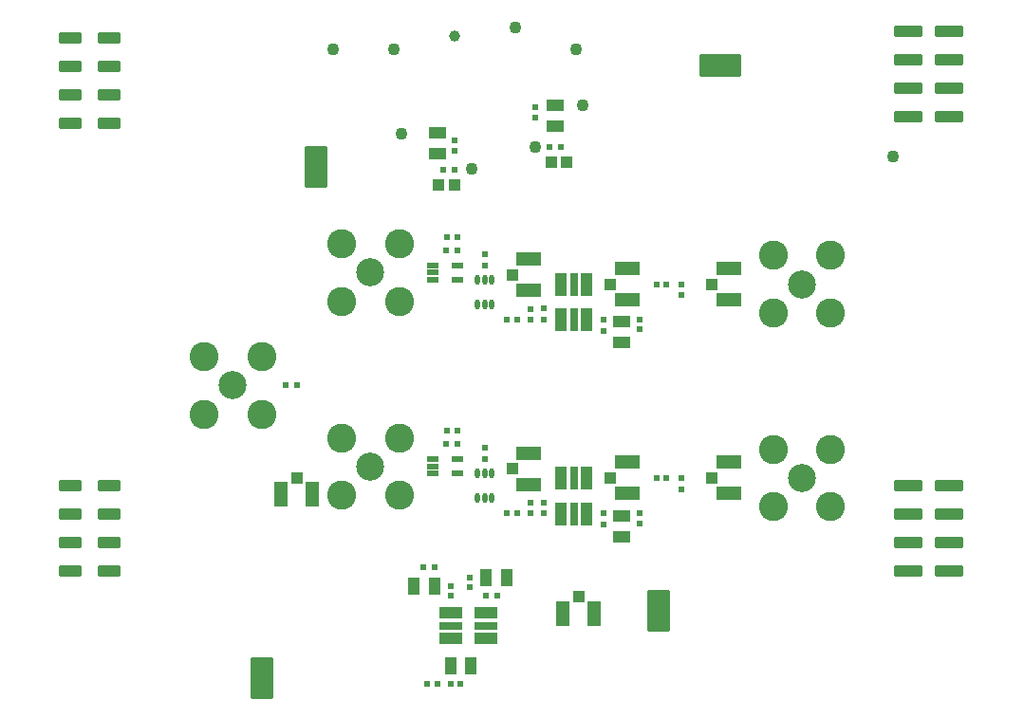
<source format=gts>
G04*
G04 #@! TF.GenerationSoftware,Altium Limited,Altium Designer,23.0.1 (38)*
G04*
G04 Layer_Color=8388736*
%FSLAX43Y43*%
%MOMM*%
G71*
G04*
G04 #@! TF.SameCoordinates,2E0F9480-7CF3-4E61-B830-77F9E17AB5E5*
G04*
G04*
G04 #@! TF.FilePolarity,Negative*
G04*
G01*
G75*
%ADD31R,1.000X1.000*%
%ADD32R,0.600X0.600*%
%ADD33R,0.600X0.600*%
%ADD34R,1.500X1.050*%
%ADD35R,1.100X2.100*%
%ADD36R,0.750X2.100*%
%ADD37O,0.450X0.950*%
%ADD38R,1.000X0.500*%
G04:AMPARAMS|DCode=39|XSize=1.1mm|YSize=2.1mm|CornerRadius=0.3mm|HoleSize=0mm|Usage=FLASHONLY|Rotation=270.000|XOffset=0mm|YOffset=0mm|HoleType=Round|Shape=RoundedRectangle|*
%AMROUNDEDRECTD39*
21,1,1.100,1.500,0,0,270.0*
21,1,0.500,2.100,0,0,270.0*
1,1,0.600,-0.750,-0.250*
1,1,0.600,-0.750,0.250*
1,1,0.600,0.750,0.250*
1,1,0.600,0.750,-0.250*
%
%ADD39ROUNDEDRECTD39*%
G04:AMPARAMS|DCode=40|XSize=1.1mm|YSize=2.6mm|CornerRadius=0.3mm|HoleSize=0mm|Usage=FLASHONLY|Rotation=270.000|XOffset=0mm|YOffset=0mm|HoleType=Round|Shape=RoundedRectangle|*
%AMROUNDEDRECTD40*
21,1,1.100,2.000,0,0,270.0*
21,1,0.500,2.600,0,0,270.0*
1,1,0.600,-1.000,-0.250*
1,1,0.600,-1.000,0.250*
1,1,0.600,1.000,0.250*
1,1,0.600,1.000,-0.250*
%
%ADD40ROUNDEDRECTD40*%
%ADD41R,1.150X2.300*%
%ADD42R,1.100X1.100*%
%ADD43R,2.100X1.100*%
%ADD44R,2.100X0.750*%
G04:AMPARAMS|DCode=45|XSize=3.7mm|YSize=2.1mm|CornerRadius=0.15mm|HoleSize=0mm|Usage=FLASHONLY|Rotation=270.000|XOffset=0mm|YOffset=0mm|HoleType=Round|Shape=RoundedRectangle|*
%AMROUNDEDRECTD45*
21,1,3.700,1.800,0,0,270.0*
21,1,3.400,2.100,0,0,270.0*
1,1,0.300,-0.900,-1.700*
1,1,0.300,-0.900,1.700*
1,1,0.300,0.900,1.700*
1,1,0.300,0.900,-1.700*
%
%ADD45ROUNDEDRECTD45*%
G04:AMPARAMS|DCode=46|XSize=3.7mm|YSize=2.1mm|CornerRadius=0.15mm|HoleSize=0mm|Usage=FLASHONLY|Rotation=0.000|XOffset=0mm|YOffset=0mm|HoleType=Round|Shape=RoundedRectangle|*
%AMROUNDEDRECTD46*
21,1,3.700,1.800,0,0,0.0*
21,1,3.400,2.100,0,0,0.0*
1,1,0.300,1.700,-0.900*
1,1,0.300,-1.700,-0.900*
1,1,0.300,-1.700,0.900*
1,1,0.300,1.700,0.900*
%
%ADD46ROUNDEDRECTD46*%
%ADD47R,1.050X1.500*%
%ADD48C,1.100*%
%ADD49R,2.300X1.150*%
%ADD50R,1.100X1.100*%
%ADD51C,0.100*%
%ADD52C,2.500*%
%ADD53C,2.600*%
%ADD54C,1.000*%
D31*
X79200Y62650D02*
D03*
X77800D02*
D03*
X67750Y60625D02*
D03*
X69150D02*
D03*
D32*
X89400Y51800D02*
D03*
Y50800D02*
D03*
X85700Y48650D02*
D03*
Y47750D02*
D03*
X82450Y47625D02*
D03*
Y48625D02*
D03*
X77117Y48617D02*
D03*
Y49617D02*
D03*
X75925Y48667D02*
D03*
Y49567D02*
D03*
X71850Y54475D02*
D03*
Y53475D02*
D03*
X69150Y63694D02*
D03*
Y64593D02*
D03*
X76325Y66675D02*
D03*
Y67575D02*
D03*
X70550Y25625D02*
D03*
Y24725D02*
D03*
X68800Y24875D02*
D03*
Y23975D02*
D03*
X71850Y37175D02*
D03*
Y36175D02*
D03*
X75925Y31367D02*
D03*
Y32267D02*
D03*
X77117Y31317D02*
D03*
Y32317D02*
D03*
X82450Y30325D02*
D03*
Y31325D02*
D03*
X85700Y31350D02*
D03*
Y30450D02*
D03*
X89400Y34500D02*
D03*
Y33500D02*
D03*
D33*
X87175Y51800D02*
D03*
X88075D02*
D03*
X73850Y48650D02*
D03*
X74750D02*
D03*
X68400Y54800D02*
D03*
X69400D02*
D03*
X69400Y56025D02*
D03*
X68500D02*
D03*
X68400Y37500D02*
D03*
X69400D02*
D03*
Y38725D02*
D03*
X68500D02*
D03*
X73850Y31350D02*
D03*
X74750D02*
D03*
X87175Y34500D02*
D03*
X88075D02*
D03*
X73000Y23975D02*
D03*
X72000D02*
D03*
X69150Y62025D02*
D03*
X68150D02*
D03*
X68800Y16091D02*
D03*
X69700D02*
D03*
X66725Y16100D02*
D03*
X67625D02*
D03*
X66375Y26550D02*
D03*
X67375D02*
D03*
X77625Y64075D02*
D03*
X78625D02*
D03*
X54075Y42750D02*
D03*
X55075D02*
D03*
D34*
X84075Y48425D02*
D03*
Y46575D02*
D03*
Y31125D02*
D03*
Y29275D02*
D03*
X78154Y65892D02*
D03*
Y67742D02*
D03*
X67616Y63450D02*
D03*
Y65300D02*
D03*
D35*
X80925Y51800D02*
D03*
X78675Y48600D02*
D03*
Y51800D02*
D03*
X80925Y48600D02*
D03*
Y34500D02*
D03*
X78675Y31300D02*
D03*
Y34500D02*
D03*
X80925Y31300D02*
D03*
D36*
X79800Y51800D02*
D03*
Y48600D02*
D03*
X79800Y34500D02*
D03*
Y31300D02*
D03*
D37*
X71200Y49975D02*
D03*
X71850D02*
D03*
X72500D02*
D03*
X71200Y52175D02*
D03*
X71850D02*
D03*
X72500D02*
D03*
X71200Y32675D02*
D03*
X71850D02*
D03*
X72500D02*
D03*
X71200Y34875D02*
D03*
X71850D02*
D03*
X72500D02*
D03*
D38*
X69400Y53475D02*
D03*
Y52175D02*
D03*
X67200D02*
D03*
Y52825D02*
D03*
Y53475D02*
D03*
X69400Y36175D02*
D03*
Y34875D02*
D03*
X67200D02*
D03*
Y35525D02*
D03*
Y36175D02*
D03*
D39*
X38349Y33810D02*
D03*
Y31270D02*
D03*
Y28730D02*
D03*
Y26190D02*
D03*
X34851D02*
D03*
Y28730D02*
D03*
Y31270D02*
D03*
Y33810D02*
D03*
X38349Y73810D02*
D03*
Y71270D02*
D03*
Y68730D02*
D03*
Y66190D02*
D03*
X34851D02*
D03*
Y68730D02*
D03*
Y71270D02*
D03*
Y73810D02*
D03*
D40*
X113300Y33810D02*
D03*
Y31270D02*
D03*
Y28730D02*
D03*
Y26190D02*
D03*
X109602Y33810D02*
D03*
Y31270D02*
D03*
Y28730D02*
D03*
Y26190D02*
D03*
X113300Y74330D02*
D03*
Y71790D02*
D03*
Y69250D02*
D03*
Y66710D02*
D03*
X109602Y74330D02*
D03*
Y71790D02*
D03*
Y69250D02*
D03*
Y66710D02*
D03*
D41*
X78825Y22400D02*
D03*
X81625D02*
D03*
X53675Y33021D02*
D03*
X56475D02*
D03*
D42*
X80225Y23900D02*
D03*
X55075Y34521D02*
D03*
D43*
X68800Y22425D02*
D03*
X72000Y20175D02*
D03*
X68800D02*
D03*
X72000Y22425D02*
D03*
D44*
X68800Y21300D02*
D03*
X72000D02*
D03*
D45*
X87400Y22625D02*
D03*
X52025Y16650D02*
D03*
X56775Y62275D02*
D03*
D46*
X92875Y71350D02*
D03*
D47*
X68800Y17760D02*
D03*
X70650D02*
D03*
X72000Y25625D02*
D03*
X73850D02*
D03*
X67375Y24875D02*
D03*
X65525D02*
D03*
D48*
X76325Y64075D02*
D03*
X70675Y62050D02*
D03*
X80000Y72775D02*
D03*
X74594Y74715D02*
D03*
X63781Y72775D02*
D03*
X108250Y63175D02*
D03*
X58375Y72775D02*
D03*
X80565Y67742D02*
D03*
X64471Y65200D02*
D03*
D49*
X93650Y50400D02*
D03*
Y53200D02*
D03*
X84550Y50400D02*
D03*
Y53200D02*
D03*
X75800Y51225D02*
D03*
Y54025D02*
D03*
X75800Y33925D02*
D03*
Y36725D02*
D03*
X93650Y33100D02*
D03*
Y35900D02*
D03*
X84550Y33100D02*
D03*
Y35900D02*
D03*
D50*
X92150Y51800D02*
D03*
X83050Y51800D02*
D03*
X74300Y52625D02*
D03*
Y35325D02*
D03*
X92150Y34500D02*
D03*
X83050Y34500D02*
D03*
D51*
X30841Y27460D02*
D03*
Y32540D02*
D03*
Y67460D02*
D03*
Y72540D02*
D03*
X117750Y27460D02*
D03*
Y32540D02*
D03*
Y67980D02*
D03*
Y73060D02*
D03*
X101125Y15200D02*
D03*
X101125Y71350D02*
D03*
X47325Y71350D02*
D03*
X47325Y15200D02*
D03*
D52*
X61675Y52825D02*
D03*
Y35525D02*
D03*
X100150Y51800D02*
D03*
Y34500D02*
D03*
X49400Y42750D02*
D03*
D53*
X64225Y50275D02*
D03*
Y55375D02*
D03*
X59125D02*
D03*
Y50275D02*
D03*
X64225Y32975D02*
D03*
Y38075D02*
D03*
X59125D02*
D03*
Y32975D02*
D03*
X102700Y54350D02*
D03*
X97600D02*
D03*
Y49250D02*
D03*
X102700D02*
D03*
Y37050D02*
D03*
X97600D02*
D03*
Y31950D02*
D03*
X102700D02*
D03*
X46850Y40200D02*
D03*
X51950D02*
D03*
Y45300D02*
D03*
X46850D02*
D03*
D54*
X69188Y73925D02*
D03*
M02*

</source>
